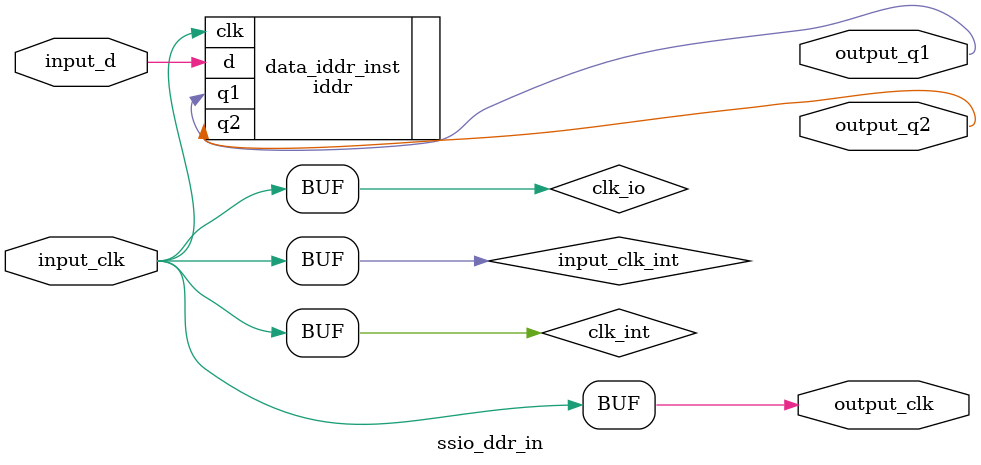
<source format=v>
/*

Copyright (c) 2016-2018 Alex Forencich

Permission is hereby granted, free of charge, to any person obtaining a copy
of this software and associated documentation files (the "Software"), to deal
in the Software without restriction, including without limitation the rights
to use, copy, modify, merge, publish, distribute, sublicense, and/or sell
copies of the Software, and to permit persons to whom the Software is
furnished to do so, subject to the following conditions:

The above copyright notice and this permission notice shall be included in
all copies or substantial portions of the Software.

THE SOFTWARE IS PROVIDED "AS IS", WITHOUT WARRANTY OF ANY KIND, EXPRESS OR
IMPLIED, INCLUDING BUT NOT LIMITED TO THE WARRANTIES OF MERCHANTABILITY
FITNESS FOR A PARTICULAR PURPOSE AND NONINFRINGEMENT. IN NO EVENT SHALL THE
AUTHORS OR COPYRIGHT HOLDERS BE LIABLE FOR ANY CLAIM, DAMAGES OR OTHER
LIABILITY, WHETHER IN AN ACTION OF CONTRACT, TORT OR OTHERWISE, ARISING FROM,
OUT OF OR IN CONNECTION WITH THE SOFTWARE OR THE USE OR OTHER DEALINGS IN
THE SOFTWARE.

*/

// Language: Verilog 2001

`resetall
`timescale 1ns / 1ps
`default_nettype none

/*
 * Generic source synchronous DDR input
 */
module ssio_ddr_in #
(
    // target ("SIM", "GENERIC", "XILINX", "ALTERA")
    parameter TARGET = "GENERIC",
    // IODDR style ("IODDR", "IODDR2")
    // Use IODDR for Virtex-4, Virtex-5, Virtex-6, 7 Series, Ultrascale
    // Use IODDR2 for Spartan-6
    parameter IODDR_STYLE = "IODDR2",
    // Clock input style ("BUFG", "BUFR", "BUFIO", "BUFIO2")
    // Use BUFR for Virtex-6, 7-series
    // Use BUFG for Virtex-5, Spartan-6, Ultrascale
    parameter CLOCK_INPUT_STYLE = "BUFG",
    // Width of register in bits
    parameter WIDTH = 1,
    parameter INSERT_BUFFERS = "FALSE"
)
(
    input  wire             input_clk,

    input  wire [WIDTH-1:0] input_d,

    output wire             output_clk,

    output wire [WIDTH-1:0] output_q1,
    output wire [WIDTH-1:0] output_q2
);

wire input_clk_int;
wire clk_int;
wire clk_io;

generate

if (INSERT_BUFFERS == "TRUE") begin
    IBUF IBUF_inst (
        .I(input_clk),
        .O(input_clk_int)
    );
end else begin
    assign input_clk_int = input_clk;
end

if (TARGET == "XILINX") begin

    // use Xilinx clocking primitives

    if (CLOCK_INPUT_STYLE == "BUFG") begin

        // buffer RX clock
        BUFG
        clk_bufg (
            .I(input_clk_int),
            .O(clk_int)
        );

        // pass through RX clock to logic and input buffers
        assign clk_io = clk_int;
        assign output_clk = clk_int;

    end else if (CLOCK_INPUT_STYLE == "BUFR") begin

        assign clk_int = input_clk_int;

        // pass through RX clock to input buffers
        BUFIO
        clk_bufio (
            .I(clk_int),
            .O(clk_io)
        );

        // pass through RX clock to logic
        BUFR #(
            .BUFR_DIVIDE("BYPASS")
        )
        clk_bufr (
            .I(clk_int),
            .O(output_clk),
            .CE(1'b1),
            .CLR(1'b0)
        );
        
    end else if (CLOCK_INPUT_STYLE == "BUFIO") begin

        assign clk_int = input_clk_int;

        // pass through RX clock to input buffers
        BUFIO
        clk_bufio (
            .I(clk_int),
            .O(clk_io)
        );

        // pass through RX clock to MAC
        BUFG
        clk_bufg (
            .I(clk_int),
            .O(output_clk)
        );

    end

end else begin

    // pass through RX clock to input buffers
    assign clk_io = input_clk_int;

    // pass through RX clock to logic
    assign clk_int = input_clk_int;
    assign output_clk = clk_int;

end

endgenerate

iddr #(
    .TARGET(TARGET),
    .IODDR_STYLE(IODDR_STYLE),
    .WIDTH(WIDTH),
    .INSERT_BUFFERS(INSERT_BUFFERS)
)
data_iddr_inst (
    .clk(clk_io),
    .d(input_d),
    .q1(output_q1),
    .q2(output_q2)
);

endmodule

`resetall

</source>
